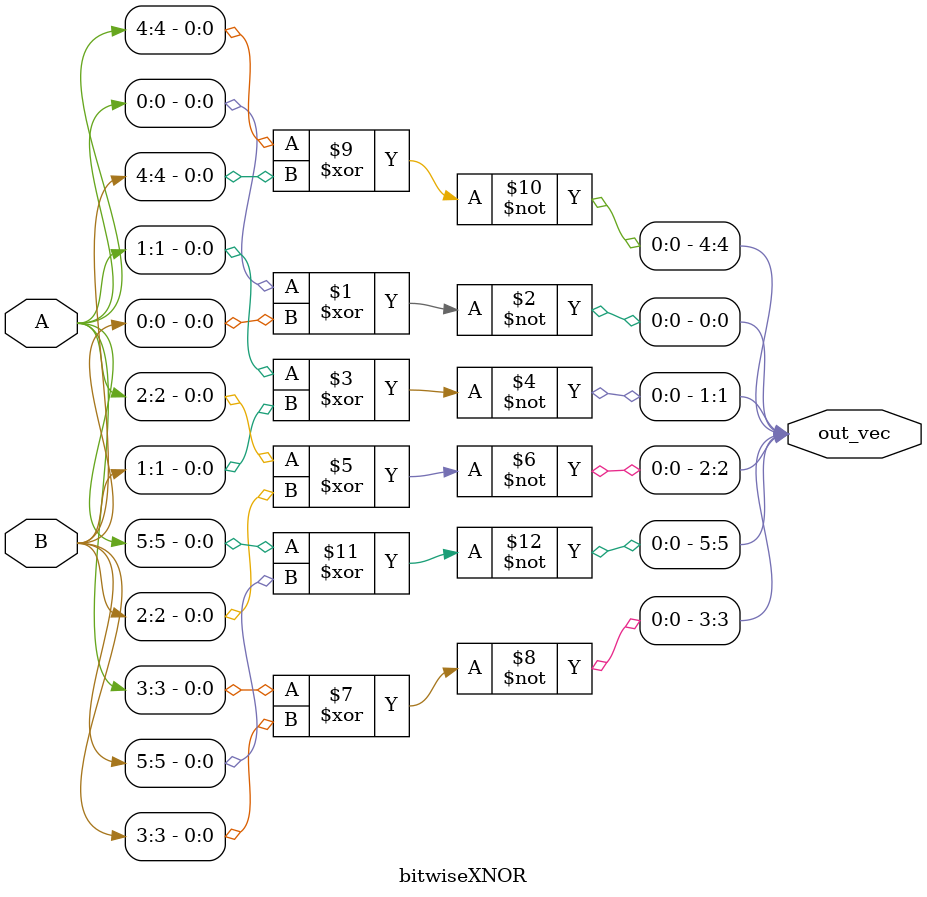
<source format=v>
`timescale 1ns / 1ps


module bitwiseXNOR(input wire [5:0] A, B,
output wire [5:0] out_vec
    );
    
    xnor(out_vec[0], A[0], B[0]);
    xnor(out_vec[1], A[1], B[1]);
    xnor(out_vec[2], A[2], B[2]);
    xnor(out_vec[3], A[3], B[3]);
    xnor(out_vec[4], A[4], B[4]); 
    xnor(out_vec[5], A[5], B[5]);   
endmodule

</source>
